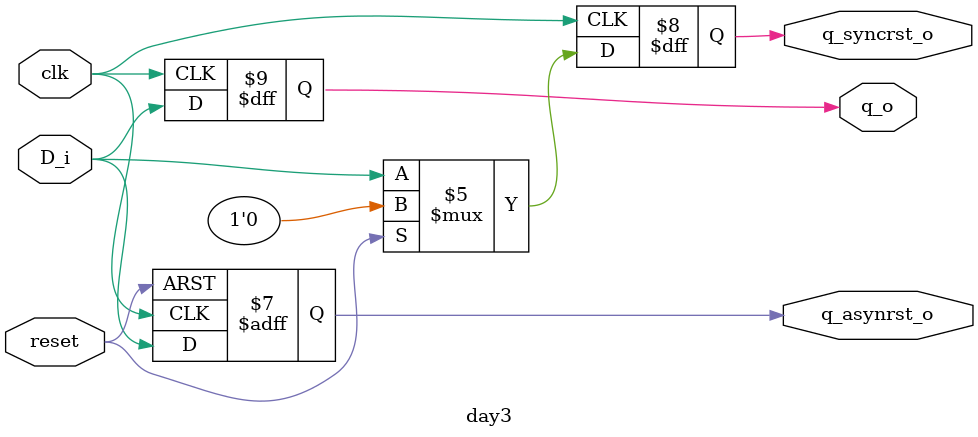
<source format=v>
module day3(
  input wire D_i,
  input wire clk,
  input wire reset,
  
  output reg q_o,
  output reg q_syncrst_o,
  output reg q_asynrst_o
);
  // DFF with no reset
  always@(posedge clk)
    q_o <= D_i;
  
   // DFF with synchronous reset
  always@(posedge clk )
    begin
      if(reset)
        q_syncrst_o<= 1'b0;
      else
        q_syncrst_o <= D_i;
    end
  
   // DFF with asynchronous reset
  
  always@(posedge clk or posedge reset)
    begin
      if(reset)
        q_asynrst_o<=1'b0;
      else
        q_asynrst_o<= D_i;
    end
endmodule
        
  
  
  
  
  
  
  
</source>
